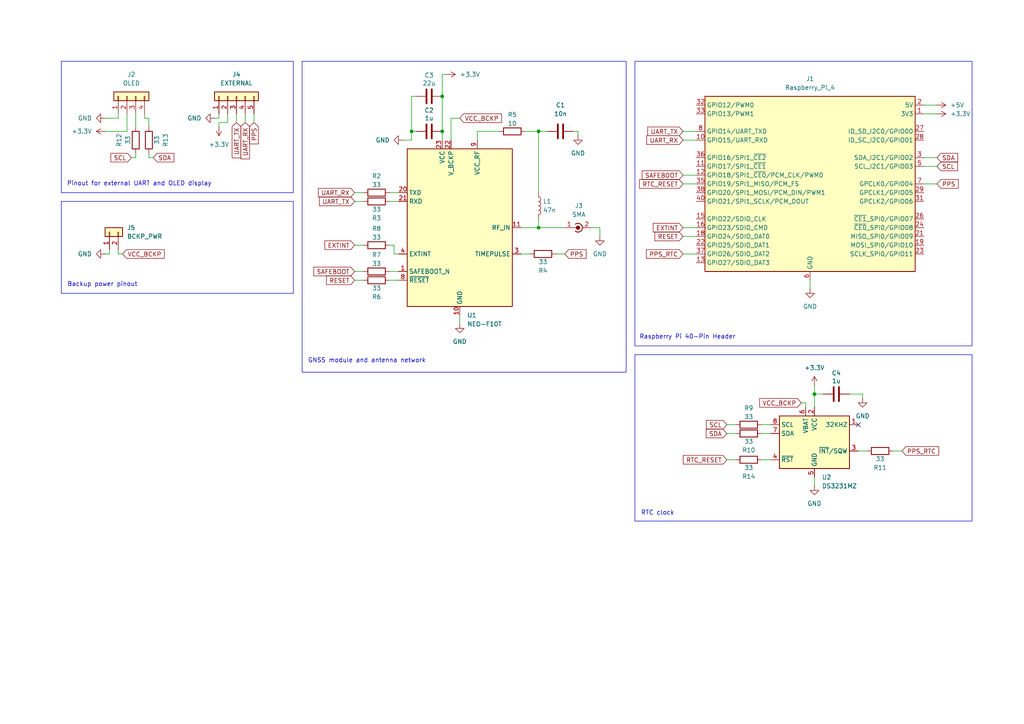
<source format=kicad_sch>
(kicad_sch (version 20250114) (generator "eeschema") (generator_version "9.0")
  (paper "A4")
  (lib_symbols
    (symbol "Connector:Conn_Coaxial_Power" (pin_names (offset 1.016) (hide yes))
      (property "Reference" "J" (at -5.08 -1.27 90))
      (property "Value" "Conn_Coaxial_Power" (at -3.175 -1.27 90))
      (symbol "Conn_Coaxial_Power_0_1"
        (arc (start 1.016 -0.508) (mid 1.2048 -0.8684) (end 1.27 -1.27) (stroke (width 0.254)))
        (polyline (pts (xy 0 0) (xy 0 -1.27)))
        (arc (start 1.27 -1.27) (mid 0 -2.5345) (end -1.27 -1.27) (stroke (width 0.254)))
        (arc (start -1.27 -1.27) (mid -1.2048 -0.8684) (end -1.016 -0.508) (stroke (width 0.254)))
        (circle (center 0 -1.27) (radius 0.508) (stroke (width 0.2032)) (fill (type outline)))
        (polyline (pts (xy 0 -2.54) (xy 0 -3.048)))
      )
      (symbol "Conn_Coaxial_Power_1_1"
        (pin passive line (at 0 2.54 270) (length 2.54) (name "In") (number "1"))
        (pin passive line (at 0 -5.08 90) (length 2.54) (name "Ext") (number "2"))
      )
    )
    (symbol "Connector:Raspberry_Pi_4"
      (property "Reference" "J" (at -17.526 48.768 0))
      (property "Value" "Raspberry_Pi_4" (at 15.748 -26.416 0))
      (symbol "Raspberry_Pi_4_0_1"
        (rectangle (start -30.48 25.4) (end 30.48 -25.4) (stroke (width 0.254)) (fill (type background)))
      )
      (symbol "Raspberry_Pi_4_1_1"
        (pin bidirectional line (at -33.02 22.86 0) (length 2.54) (name "GPIO12/PWM0") (number "32"))
        (pin bidirectional line (at -33.02 20.32 0) (length 2.54) (name "GPIO13/PWM1") (number "33"))
        (pin bidirectional line (at -33.02 15.24 0) (length 2.54) (name "GPIO14/UART_TXD") (number "8"))
        (pin bidirectional line (at -33.02 12.7 0) (length 2.54) (name "GPIO15/UART_RXD") (number "10"))
        (pin bidirectional line (at -33.02 7.62 0) (length 2.54) (name "GPIO16/SPI1_~{CE2}") (number "36"))
        (pin bidirectional line (at -33.02 5.08 0) (length 2.54) (name "GPIO17/SPI1_~{CE1}") (number "11"))
        (pin bidirectional line (at -33.02 2.54 0) (length 2.54) (name "GPIO18/SPI1_~{CE0}/PCM_CLK/PWM0") (number "12"))
        (pin bidirectional line (at -33.02 0 0) (length 2.54) (name "GPIO19/SPI1_MISO/PCM_FS") (number "35"))
        (pin bidirectional line (at -33.02 -2.54 0) (length 2.54) (name "GPIO20/SPI1_MOSI/PCM_DIN/PWM1") (number "38"))
        (pin bidirectional line (at -33.02 -5.08 0) (length 2.54) (name "GPIO21/SPI1_SCLK/PCM_DOUT") (number "40"))
        (pin bidirectional line (at -33.02 -10.16 0) (length 2.54) (name "GPIO22/SDIO_CLK") (number "15"))
        (pin bidirectional line (at -33.02 -12.7 0) (length 2.54) (name "GPIO23/SDIO_CMD") (number "16"))
        (pin bidirectional line (at -33.02 -15.24 0) (length 2.54) (name "GPIO24/SDIO_DAT0") (number "18"))
        (pin bidirectional line (at -33.02 -17.78 0) (length 2.54) (name "GPIO25/SDIO_DAT1") (number "22"))
        (pin bidirectional line (at -33.02 -20.32 0) (length 2.54) (name "GPIO26/SDIO_DAT2") (number "37"))
        (pin bidirectional line (at -33.02 -22.86 0) (length 2.54) (name "GPIO27/SDIO_DAT3") (number "13"))
        (pin passive line (at 0 -27.94 90) (length 2.54) (hide yes) (name "GND") (number "14"))
        (pin passive line (at 0 -27.94 90) (length 2.54) (hide yes) (name "GND") (number "20"))
        (pin passive line (at 0 -27.94 90) (length 2.54) (hide yes) (name "GND") (number "25"))
        (pin passive line (at 0 -27.94 90) (length 2.54) (hide yes) (name "GND") (number "30"))
        (pin passive line (at 0 -27.94 90) (length 2.54) (hide yes) (name "GND") (number "34"))
        (pin passive line (at 0 -27.94 90) (length 2.54) (hide yes) (name "GND") (number "39"))
        (pin power_out line (at 0 -27.94 90) (length 2.54) (name "GND") (number "6"))
        (pin passive line (at 0 -27.94 90) (length 2.54) (hide yes) (name "GND") (number "9"))
        (pin power_out line (at 33.02 22.86 180) (length 2.54) (name "5V") (number "2"))
        (pin passive line (at 33.02 22.86 180) (length 2.54) (hide yes) (name "5V") (number "4"))
        (pin power_out line (at 33.02 20.32 180) (length 2.54) (name "3V3") (number "1"))
        (pin passive line (at 33.02 20.32 180) (length 2.54) (hide yes) (name "3V3") (number "17"))
        (pin bidirectional line (at 33.02 15.24 180) (length 2.54) (name "ID_SD_I2C0/GPIO00") (number "27"))
        (pin bidirectional line (at 33.02 12.7 180) (length 2.54) (name "ID_SC_I2C0/GPIO01") (number "28"))
        (pin bidirectional line (at 33.02 7.62 180) (length 2.54) (name "SDA_I2C1/GPIO02") (number "3"))
        (pin bidirectional line (at 33.02 5.08 180) (length 2.54) (name "SCL_I2C1/GPIO03") (number "5"))
        (pin bidirectional line (at 33.02 0 180) (length 2.54) (name "GPCLK0/GPIO04") (number "7"))
        (pin bidirectional line (at 33.02 -2.54 180) (length 2.54) (name "GPCLK1/GPIO05") (number "29"))
        (pin bidirectional line (at 33.02 -5.08 180) (length 2.54) (name "GPCLK2/GPIO06") (number "31"))
        (pin bidirectional line (at 33.02 -10.16 180) (length 2.54) (name "~{CE1}_SPI0/GPIO07") (number "26"))
        (pin bidirectional line (at 33.02 -12.7 180) (length 2.54) (name "~{CE0}_SPI0/GPIO08") (number "24"))
        (pin bidirectional line (at 33.02 -15.24 180) (length 2.54) (name "MISO_SPI0/GPIO09") (number "21"))
        (pin bidirectional line (at 33.02 -17.78 180) (length 2.54) (name "MOSI_SPI0/GPIO10") (number "19"))
        (pin bidirectional line (at 33.02 -20.32 180) (length 2.54) (name "SCLK_SPI0/GPIO11") (number "23"))
      )
    )
    (symbol "Connector_Generic:Conn_01x02" (pin_names (offset 1.016) (hide yes))
      (property "Reference" "J" (at 0 2.54 0))
      (property "Value" "Conn_01x02" (at 0 -5.08 0))
      (symbol "Conn_01x02_1_1"
        (rectangle (start -1.27 1.27) (end 1.27 -3.81) (stroke (width 0.254)) (fill (type background)))
        (rectangle (start -1.27 0.127) (end 0 -0.127) (stroke (width 0.1524)))
        (rectangle (start -1.27 -2.413) (end 0 -2.667) (stroke (width 0.1524)))
        (pin passive line (at -5.08 0 0) (length 3.81) (name "Pin_1") (number "1"))
        (pin passive line (at -5.08 -2.54 0) (length 3.81) (name "Pin_2") (number "2"))
      )
    )
    (symbol "Connector_Generic:Conn_01x04" (pin_names (offset 1.016) (hide yes))
      (property "Reference" "J" (at 0 5.08 0))
      (property "Value" "Conn_01x04" (at 0 -7.62 0))
      (symbol "Conn_01x04_1_1"
        (rectangle (start -1.27 3.81) (end 1.27 -6.35) (stroke (width 0.254)) (fill (type background)))
        (rectangle (start -1.27 2.667) (end 0 2.413) (stroke (width 0.1524)))
        (rectangle (start -1.27 0.127) (end 0 -0.127) (stroke (width 0.1524)))
        (rectangle (start -1.27 -2.413) (end 0 -2.667) (stroke (width 0.1524)))
        (rectangle (start -1.27 -4.953) (end 0 -5.207) (stroke (width 0.1524)))
        (pin passive line (at -5.08 2.54 0) (length 3.81) (name "Pin_1") (number "1"))
        (pin passive line (at -5.08 0 0) (length 3.81) (name "Pin_2") (number "2"))
        (pin passive line (at -5.08 -2.54 0) (length 3.81) (name "Pin_3") (number "3"))
        (pin passive line (at -5.08 -5.08 0) (length 3.81) (name "Pin_4") (number "4"))
      )
    )
    (symbol "Connector_Generic:Conn_01x05" (pin_names (offset 1.016) (hide yes))
      (property "Reference" "J" (at 0 7.62 0))
      (property "Value" "Conn_01x05" (at 0 -7.62 0))
      (symbol "Conn_01x05_1_1"
        (rectangle (start -1.27 6.35) (end 1.27 -6.35) (stroke (width 0.254)) (fill (type background)))
        (rectangle (start -1.27 5.207) (end 0 4.953) (stroke (width 0.1524)))
        (rectangle (start -1.27 2.667) (end 0 2.413) (stroke (width 0.1524)))
        (rectangle (start -1.27 0.127) (end 0 -0.127) (stroke (width 0.1524)))
        (rectangle (start -1.27 -2.413) (end 0 -2.667) (stroke (width 0.1524)))
        (rectangle (start -1.27 -4.953) (end 0 -5.207) (stroke (width 0.1524)))
        (pin passive line (at -5.08 5.08 0) (length 3.81) (name "Pin_1") (number "1"))
        (pin passive line (at -5.08 2.54 0) (length 3.81) (name "Pin_2") (number "2"))
        (pin passive line (at -5.08 0 0) (length 3.81) (name "Pin_3") (number "3"))
        (pin passive line (at -5.08 -2.54 0) (length 3.81) (name "Pin_4") (number "4"))
        (pin passive line (at -5.08 -5.08 0) (length 3.81) (name "Pin_5") (number "5"))
      )
    )
    (symbol "Device:C" (pin_numbers (hide yes)) (pin_names (offset 0.254))
      (property "Reference" "C" (at 0.635 2.54 0))
      (property "Value" "C" (at 0.635 -2.54 0))
      (symbol "C_0_1"
        (polyline (pts (xy -2.032 0.762) (xy 2.032 0.762)) (stroke (width 0.508)))
        (polyline (pts (xy -2.032 -0.762) (xy 2.032 -0.762)) (stroke (width 0.508)))
      )
      (symbol "C_1_1"
        (pin passive line (at 0 3.81 270) (length 2.794) (name "~") (number "1"))
        (pin passive line (at 0 -3.81 90) (length 2.794) (name "~") (number "2"))
      )
    )
    (symbol "Device:L" (pin_numbers (hide yes)) (pin_names (offset 1.016) (hide yes))
      (property "Reference" "L" (at -1.27 0 90))
      (property "Value" "L" (at 1.905 0 90))
      (symbol "L_0_1"
        (arc (start 0 2.54) (mid 0.6323 1.905) (end 0 1.27))
        (arc (start 0 1.27) (mid 0.6323 0.635) (end 0 0))
        (arc (start 0 0) (mid 0.6323 -0.635) (end 0 -1.27))
        (arc (start 0 -1.27) (mid 0.6323 -1.905) (end 0 -2.54))
      )
      (symbol "L_1_1"
        (pin passive line (at 0 3.81 270) (length 1.27) (name "1") (number "1"))
        (pin passive line (at 0 -3.81 90) (length 1.27) (name "2") (number "2"))
      )
    )
    (symbol "Device:R" (pin_numbers (hide yes)) (pin_names (offset 0))
      (property "Reference" "R" (at 2.032 0 90))
      (property "Value" "R" (at 0 0 90))
      (symbol "R_0_1"
        (rectangle (start -1.016 -2.54) (end 1.016 2.54) (stroke (width 0.254)))
      )
      (symbol "R_1_1"
        (pin passive line (at 0 3.81 270) (length 1.27) (name "~") (number "1"))
        (pin passive line (at 0 -3.81 90) (length 1.27) (name "~") (number "2"))
      )
    )
    (symbol "Timer_RTC:DS3231MZ"
      (property "Reference" "U" (at -7.62 8.89 0))
      (property "Value" "DS3231MZ" (at 11.43 8.89 0))
      (symbol "DS3231MZ_0_1"
        (rectangle (start -10.16 7.62) (end 10.16 -7.62) (stroke (width 0.254)) (fill (type background)))
      )
      (symbol "DS3231MZ_1_1"
        (pin input line (at -12.7 5.08 0) (length 2.54) (name "SCL") (number "8"))
        (pin bidirectional line (at -12.7 2.54 0) (length 2.54) (name "SDA") (number "7"))
        (pin bidirectional line (at -12.7 -5.08 0) (length 2.54) (name "~{RST}") (number "4"))
        (pin power_in line (at -2.54 10.16 270) (length 2.54) (name "VBAT") (number "6"))
        (pin power_in line (at 0 10.16 270) (length 2.54) (name "VCC") (number "2"))
        (pin power_in line (at 0 -10.16 90) (length 2.54) (name "GND") (number "5"))
        (pin open_collector line (at 12.7 5.08 180) (length 2.54) (name "32KHZ") (number "1"))
        (pin open_collector line (at 12.7 -2.54 180) (length 2.54) (name "~{INT}/SQW") (number "3"))
      )
    )
    (symbol "neo-f10t:NEO-F10T"
      (property "Reference" "U" (at -13.97 24.13 0))
      (property "Value" "NEO-F10T" (at 11.43 24.13 0))
      (symbol "NEO-F10T_0_1"
        (rectangle (start -15.24 22.86) (end 15.24 -22.86) (stroke (width 0.254)) (fill (type background)))
      )
      (symbol "NEO-F10T_1_1"
        (pin output line (at -17.78 10.16 0) (length 2.54) (name "TXD") (number "20"))
        (pin input line (at -17.78 7.62 0) (length 2.54) (name "RXD") (number "21"))
        (pin input line (at -17.78 -7.62 0) (length 2.54) (name "EXTINT") (number "4"))
        (pin bidirectional line (at -17.78 -12.7 0) (length 2.54) (name "SAFEBOOT_N") (number "1"))
        (pin input line (at -17.78 -15.24 0) (length 2.54) (name "~{RESET}") (number "8"))
        (pin no_connect line (at -15.24 17.78 0) (length 2.54) (hide yes) (name "RESERVED") (number "5"))
        (pin no_connect line (at -15.24 15.24 0) (length 2.54) (hide yes) (name "RESERVED") (number "6"))
        (pin no_connect line (at -15.24 2.54 0) (length 2.54) (hide yes) (name "RESERVED") (number "18"))
        (pin no_connect line (at -15.24 0 0) (length 2.54) (hide yes) (name "RESERVED") (number "19"))
        (pin no_connect line (at -15.24 -5.08 0) (length 2.54) (hide yes) (name "RESERVED") (number "15"))
        (pin no_connect line (at -15.24 -17.78 0) (length 2.54) (hide yes) (name "RESERVED") (number "2"))
        (pin power_in line (at -5.08 25.4 270) (length 2.54) (name "VCC") (number "23"))
        (pin power_in line (at -2.54 25.4 270) (length 2.54) (name "V_BCKP") (number "22"))
        (pin no_connect line (at 0 22.86 270) (length 2.54) (hide yes) (name "RESERVED") (number "7"))
        (pin power_in line (at 0 -25.4 90) (length 2.54) (name "GND") (number "10"))
        (pin passive line (at 0 -25.4 90) (length 2.54) (hide yes) (name "GND") (number "12"))
        (pin passive line (at 0 -25.4 90) (length 2.54) (hide yes) (name "GND") (number "13"))
        (pin passive line (at 0 -25.4 90) (length 2.54) (hide yes) (name "GND") (number "24"))
        (pin power_out line (at 5.08 25.4 270) (length 2.54) (name "VCC_RF") (number "9"))
        (pin no_connect line (at 15.24 5.08 180) (length 2.54) (hide yes) (name "RESERVED") (number "14"))
        (pin no_connect line (at 15.24 -10.16 180) (length 2.54) (hide yes) (name "RESERVED") (number "16"))
        (pin no_connect line (at 15.24 -12.7 180) (length 2.54) (hide yes) (name "RESERVED") (number "17"))
        (pin input line (at 17.78 0 180) (length 2.54) (name "RF_IN") (number "11"))
        (pin output line (at 17.78 -7.62 180) (length 2.54) (name "TIMEPULSE") (number "3"))
      )
    )
    (symbol "power:+3.3V" (power) (pin_numbers (hide yes)) (pin_names (offset 0) (hide yes))
      (property "Value" "+3.3V" (at 0 3.556 0))
      (symbol "+3.3V_0_1"
        (polyline (pts (xy -0.762 1.27) (xy 0 2.54)))
        (polyline (pts (xy 0 2.54) (xy 0.762 1.27)))
        (polyline (pts (xy 0 0) (xy 0 2.54)))
      )
      (symbol "+3.3V_1_1"
        (pin power_in line (at 0 0 90) (length 0) (name "~") (number "1"))
      )
    )
    (symbol "power:+5V" (power) (pin_numbers (hide yes)) (pin_names (offset 0) (hide yes))
      (property "Value" "+5V" (at 0 3.556 0))
      (symbol "+5V_0_1"
        (polyline (pts (xy -0.762 1.27) (xy 0 2.54)))
        (polyline (pts (xy 0 2.54) (xy 0.762 1.27)))
        (polyline (pts (xy 0 0) (xy 0 2.54)))
      )
      (symbol "+5V_1_1"
        (pin power_in line (at 0 0 90) (length 0) (name "~") (number "1"))
      )
    )
    (symbol "power:GND" (power) (pin_numbers (hide yes)) (pin_names (offset 0) (hide yes))
      (property "Value" "GND" (at 0 -3.81 0))
      (symbol "GND_0_1"
        (polyline (pts (xy 0 0) (xy 0 -1.27) (xy 1.27 -1.27) (xy 0 -2.54) (xy -1.27 -1.27) (xy 0 -1.27)))
      )
      (symbol "GND_1_1"
        (pin power_in line (at 0 0 270) (length 0) (name "~") (number "1"))
      )
    )
  )
  (rectangle (start 17.78 17.78) (end 85.09 55.88))
  (rectangle (start 184.15 17.78) (end 281.94 100.33))
  (rectangle (start 184.15 102.87) (end 281.94 151.13))
  (rectangle (start 17.78 58.42) (end 85.09 85.09))
  (rectangle (start 87.63 17.78) (end 181.61 107.95))
  (text "RTC clock" (at 190.754 148.844 0) (effects (font (size 1.27 1.27))))
  (text "Backup power pinout" (at 29.718 82.55 0) (effects (font (size 1.27 1.27))))
  (text "Pinout for external UART and OLED display" (at 40.386 53.34 0) (effects (font (size 1.27 1.27))))
  (text "GNSS module and antenna network" (at 106.426 104.648 0) (effects (font (size 1.27 1.27))))
  (text "Raspberry Pi 40-Pin Header" (at 199.39 97.79 0) (effects (font (size 1.27 1.27))))
  (junction (at 128.27 27.94))
  (junction (at 236.22 114.3))
  (junction (at 156.21 66.04))
  (junction (at 128.27 38.1))
  (junction (at 156.21 38.1))
  (junction (at 119.38 38.1))
  (no_connect (at 248.92 123.19))
  (wire (pts (xy 167.64 39.37) (xy 167.64 38.1)))
  (wire (pts (xy 39.37 45.72) (xy 38.1 45.72)))
  (wire (pts (xy 34.29 34.29) (xy 34.29 33.02)))
  (wire (pts (xy 31.75 73.66) (xy 31.75 72.39)))
  (wire (pts (xy 198.12 66.04) (xy 201.93 66.04)))
  (wire (pts (xy 113.03 78.74) (xy 115.57 78.74)))
  (wire (pts (xy 198.12 68.58) (xy 201.93 68.58)))
  (wire (pts (xy 267.97 33.02) (xy 271.78 33.02)))
  (wire (pts (xy 236.22 114.3) (xy 236.22 111.76)))
  (wire (pts (xy 220.98 133.35) (xy 223.52 133.35)))
  (wire (pts (xy 63.5 35.56) (xy 63.5 36.83)))
  (wire (pts (xy 119.38 27.94) (xy 120.65 27.94)))
  (wire (pts (xy 30.48 34.29) (xy 34.29 34.29)))
  (wire (pts (xy 250.19 115.57) (xy 250.19 114.3)))
  (wire (pts (xy 119.38 38.1) (xy 119.38 27.94)))
  (wire (pts (xy 113.03 58.42) (xy 115.57 58.42)))
  (wire (pts (xy 114.3 71.12) (xy 114.3 73.66)))
  (wire (pts (xy 43.18 34.29) (xy 43.18 36.83)))
  (wire (pts (xy 210.82 133.35) (xy 213.36 133.35)))
  (wire (pts (xy 68.58 33.02) (xy 68.58 35.56)))
  (wire (pts (xy 63.5 34.29) (xy 63.5 33.02)))
  (wire (pts (xy 128.27 40.64) (xy 128.27 38.1)))
  (wire (pts (xy 39.37 45.72) (xy 39.37 44.45)))
  (wire (pts (xy 119.38 40.64) (xy 119.38 38.1)))
  (wire (pts (xy 234.95 81.28) (xy 234.95 83.82)))
  (wire (pts (xy 220.98 123.19) (xy 223.52 123.19)))
  (wire (pts (xy 198.12 73.66) (xy 201.93 73.66)))
  (wire (pts (xy 44.45 45.72) (xy 43.18 45.72)))
  (wire (pts (xy 233.68 116.84) (xy 232.41 116.84)))
  (wire (pts (xy 30.48 73.66) (xy 31.75 73.66)))
  (wire (pts (xy 113.03 81.28) (xy 115.57 81.28)))
  (wire (pts (xy 210.82 125.73) (xy 213.36 125.73)))
  (wire (pts (xy 128.27 21.59) (xy 129.54 21.59)))
  (wire (pts (xy 267.97 30.48) (xy 271.78 30.48)))
  (wire (pts (xy 30.48 38.1) (xy 36.83 38.1)))
  (wire (pts (xy 151.13 66.04) (xy 156.21 66.04)))
  (wire (pts (xy 73.66 33.02) (xy 73.66 35.56)))
  (wire (pts (xy 248.92 130.81) (xy 251.46 130.81)))
  (wire (pts (xy 173.99 66.04) (xy 171.45 66.04)))
  (wire (pts (xy 156.21 66.04) (xy 163.83 66.04)))
  (wire (pts (xy 236.22 138.43) (xy 236.22 140.97)))
  (wire (pts (xy 152.4 38.1) (xy 156.21 38.1)))
  (wire (pts (xy 63.5 35.56) (xy 66.04 35.56)))
  (wire (pts (xy 62.23 34.29) (xy 63.5 34.29)))
  (wire (pts (xy 102.87 71.12) (xy 105.41 71.12)))
  (wire (pts (xy 198.12 53.34) (xy 201.93 53.34)))
  (wire (pts (xy 130.81 34.29) (xy 133.35 34.29)))
  (wire (pts (xy 167.64 38.1) (xy 166.37 38.1)))
  (wire (pts (xy 34.29 73.66) (xy 34.29 72.39)))
  (wire (pts (xy 233.68 118.11) (xy 233.68 116.84)))
  (wire (pts (xy 113.03 71.12) (xy 114.3 71.12)))
  (wire (pts (xy 198.12 38.1) (xy 201.93 38.1)))
  (wire (pts (xy 156.21 55.88) (xy 156.21 38.1)))
  (wire (pts (xy 198.12 40.64) (xy 201.93 40.64)))
  (wire (pts (xy 43.18 45.72) (xy 43.18 44.45)))
  (wire (pts (xy 128.27 27.94) (xy 128.27 38.1)))
  (wire (pts (xy 238.76 114.3) (xy 236.22 114.3)))
  (wire (pts (xy 102.87 55.88) (xy 105.41 55.88)))
  (wire (pts (xy 71.12 33.02) (xy 71.12 35.56)))
  (wire (pts (xy 198.12 50.8) (xy 201.93 50.8)))
  (wire (pts (xy 267.97 45.72) (xy 271.78 45.72)))
  (wire (pts (xy 210.82 123.19) (xy 213.36 123.19)))
  (wire (pts (xy 39.37 33.02) (xy 39.37 36.83)))
  (wire (pts (xy 163.83 73.66) (xy 161.29 73.66)))
  (wire (pts (xy 114.3 73.66) (xy 115.57 73.66)))
  (wire (pts (xy 43.18 34.29) (xy 41.91 34.29)))
  (wire (pts (xy 102.87 58.42) (xy 105.41 58.42)))
  (wire (pts (xy 66.04 35.56) (xy 66.04 33.02)))
  (wire (pts (xy 156.21 63.5) (xy 156.21 66.04)))
  (wire (pts (xy 267.97 48.26) (xy 271.78 48.26)))
  (wire (pts (xy 128.27 21.59) (xy 128.27 27.94)))
  (wire (pts (xy 246.38 114.3) (xy 250.19 114.3)))
  (wire (pts (xy 36.83 38.1) (xy 36.83 33.02)))
  (wire (pts (xy 173.99 68.58) (xy 173.99 66.04)))
  (wire (pts (xy 271.78 53.34) (xy 267.97 53.34)))
  (wire (pts (xy 102.87 78.74) (xy 105.41 78.74)))
  (wire (pts (xy 41.91 34.29) (xy 41.91 33.02)))
  (wire (pts (xy 35.56 73.66) (xy 34.29 73.66)))
  (wire (pts (xy 133.35 91.44) (xy 133.35 93.98)))
  (wire (pts (xy 138.43 38.1) (xy 144.78 38.1)))
  (wire (pts (xy 138.43 40.64) (xy 138.43 38.1)))
  (wire (pts (xy 116.84 40.64) (xy 119.38 40.64)))
  (wire (pts (xy 130.81 34.29) (xy 130.81 40.64)))
  (wire (pts (xy 236.22 114.3) (xy 236.22 118.11)))
  (wire (pts (xy 158.75 38.1) (xy 156.21 38.1)))
  (wire (pts (xy 119.38 38.1) (xy 120.65 38.1)))
  (wire (pts (xy 102.87 81.28) (xy 105.41 81.28)))
  (wire (pts (xy 259.08 130.81) (xy 261.62 130.81)))
  (wire (pts (xy 113.03 55.88) (xy 115.57 55.88)))
  (wire (pts (xy 151.13 73.66) (xy 153.67 73.66)))
  (wire (pts (xy 220.98 125.73) (xy 223.52 125.73)))
  (global_label "SAFEBOOT" (shape input) (at 102.87 78.74 180) (property "Intersheetrefs" "${INTERSHEET_REFS}" (effects (hide yes))))
  (global_label "SAFEBOOT" (shape input) (at 198.12 50.8 180) (property "Intersheetrefs" "${INTERSHEET_REFS}" (effects (hide yes))))
  (global_label "RESET" (shape input) (at 102.87 81.28 180) (property "Intersheetrefs" "${INTERSHEET_REFS}" (effects (hide yes))))
  (global_label "UART_RX" (shape input) (at 71.12 35.56 270) (property "Intersheetrefs" "${INTERSHEET_REFS}" (effects (hide yes))))
  (global_label "SCL" (shape input) (at 271.78 48.26 0) (property "Intersheetrefs" "${INTERSHEET_REFS}" (effects (hide yes))))
  (global_label "VCC_BCKP" (shape input) (at 35.56 73.66 0) (property "Intersheetrefs" "${INTERSHEET_REFS}" (effects (hide yes))))
  (global_label "VCC_BCKP" (shape input) (at 232.41 116.84 180) (property "Intersheetrefs" "${INTERSHEET_REFS}" (effects (hide yes))))
  (global_label "UART_RX" (shape input) (at 102.87 55.88 180) (property "Intersheetrefs" "${INTERSHEET_REFS}" (effects (hide yes))))
  (global_label "PPS" (shape input) (at 271.78 53.34 0) (property "Intersheetrefs" "${INTERSHEET_REFS}" (effects (hide yes))))
  (global_label "PPS_RTC" (shape input) (at 198.12 73.66 180) (property "Intersheetrefs" "${INTERSHEET_REFS}" (effects (hide yes))))
  (global_label "SDA" (shape input) (at 271.78 45.72 0) (property "Intersheetrefs" "${INTERSHEET_REFS}" (effects (hide yes))))
  (global_label "PPS" (shape input) (at 73.66 35.56 270) (property "Intersheetrefs" "${INTERSHEET_REFS}" (effects (hide yes))))
  (global_label "RESET" (shape input) (at 198.12 68.58 180) (property "Intersheetrefs" "${INTERSHEET_REFS}" (effects (hide yes))))
  (global_label "EXTINT" (shape input) (at 198.12 66.04 180) (property "Intersheetrefs" "${INTERSHEET_REFS}" (effects (hide yes))))
  (global_label "SCL" (shape input) (at 38.1 45.72 180) (property "Intersheetrefs" "${INTERSHEET_REFS}" (effects (hide yes))))
  (global_label "PPS_RTC" (shape input) (at 261.62 130.81 0) (property "Intersheetrefs" "${INTERSHEET_REFS}" (effects (hide yes))))
  (global_label "PPS" (shape input) (at 163.83 73.66 0) (property "Intersheetrefs" "${INTERSHEET_REFS}" (effects (hide yes))))
  (global_label "UART_TX" (shape input) (at 68.58 35.56 270) (property "Intersheetrefs" "${INTERSHEET_REFS}" (effects (hide yes))))
  (global_label "UART_RX" (shape input) (at 198.12 40.64 180) (property "Intersheetrefs" "${INTERSHEET_REFS}" (effects (hide yes))))
  (global_label "RTC_RESET" (shape input) (at 210.82 133.35 180) (property "Intersheetrefs" "${INTERSHEET_REFS}" (effects (hide yes))))
  (global_label "EXTINT" (shape input) (at 102.87 71.12 180) (property "Intersheetrefs" "${INTERSHEET_REFS}" (effects (hide yes))))
  (global_label "SCL" (shape input) (at 210.82 123.19 180) (property "Intersheetrefs" "${INTERSHEET_REFS}" (effects (hide yes))))
  (global_label "RTC_RESET" (shape input) (at 198.12 53.34 180) (property "Intersheetrefs" "${INTERSHEET_REFS}" (effects (hide yes))))
  (global_label "UART_TX" (shape input) (at 198.12 38.1 180) (property "Intersheetrefs" "${INTERSHEET_REFS}" (effects (hide yes))))
  (global_label "SDA" (shape input) (at 44.45 45.72 0) (property "Intersheetrefs" "${INTERSHEET_REFS}" (effects (hide yes))))
  (global_label "UART_TX" (shape input) (at 102.87 58.42 180) (property "Intersheetrefs" "${INTERSHEET_REFS}" (effects (hide yes))))
  (global_label "SDA" (shape input) (at 210.82 125.73 180) (property "Intersheetrefs" "${INTERSHEET_REFS}" (effects (hide yes))))
  (global_label "VCC_BCKP" (shape input) (at 133.35 34.29 0) (property "Intersheetrefs" "${INTERSHEET_REFS}" (effects (hide yes))))
  (symbol (lib_id "Device:C") (at 162.56 38.1 90) (unit 1)
    (property "Reference" "C1" (at 162.56 30.48 90))
    (property "Value" "10n" (at 162.56 33.02 90))
    (property "Footprint" "Capacitor_SMD:C_0805_2012Metric" (effects (hide yes)))
    (property "Description" "Unpolarized capacitor" (effects (hide yes)))
    (property "MFR" "791-0805N103G500CT" (effects (hide yes)))
  )
  (symbol (lib_id "neo-f10t:NEO-F10T") (at 133.35 66.04 0) (unit 1)
    (property "Reference" "U1" (at 135.4933 91.44 0) (effects (justify left)))
    (property "Value" "NEO-F10T" (at 135.4933 93.98 0) (effects (justify left)))
    (property "Footprint" "RF_GPS:ublox_NEO" (effects (hide yes)))
    (property "Datasheet" "https://content.u-blox.com/sites/default/files/documents/NEO-LEA-M8T-FW3_DataSheet_UBX-15025193.pdf" (effects (hide yes)))
    (property "Description" "GNSS Module NEO M8, VCC 2.7V to 3.6V" (effects (hide yes)))
    (property "MFR" "377-NEO-F10T-00B" (effects (hide yes)))
  )
  (symbol (lib_id "power:GND") (at 167.64 39.37 0) (unit 1)
    (property "Reference" "#PWR014" (effects (hide yes)))
    (property "Value" "GND" (at 167.64 44.45 0))
    (property "Description" "Power symbol creates a global label with name \"GND\" , ground" (effects (hide yes)))
  )
  (symbol (lib_id "power:GND") (at 62.23 34.29 270) (unit 1)
    (property "Reference" "#PWR09" (effects (hide yes)))
    (property "Value" "GND" (at 58.42 34.29 90) (effects (justify right)))
    (property "Description" "Power symbol creates a global label with name \"GND\" , ground" (effects (hide yes)))
  )
  (symbol (lib_id "Device:R") (at 148.59 38.1 90) (unit 1)
    (property "Reference" "R5" (at 148.59 33.274 90))
    (property "Value" "10" (at 148.59 35.814 90))
    (property "Footprint" "Resistor_SMD:R_0805_2012Metric" (effects (hide yes)))
    (property "Description" "Resistor" (effects (hide yes)))
    (property "MFR" "603-RT0805FRE1310RL" (effects (hide yes)))
  )
  (symbol (lib_id "power:+3.3V") (at 63.5 36.83 180) (unit 1)
    (property "Reference" "#PWR010" (effects (hide yes)))
    (property "Value" "+3.3V" (at 63.5 41.91 0))
    (property "Description" "Power symbol creates a global label with name \"+3.3V\"" (effects (hide yes)))
  )
  (symbol (lib_id "power:+3.3V") (at 236.22 111.76 0) (unit 1)
    (property "Reference" "#PWR011" (effects (hide yes)))
    (property "Value" "+3.3V" (at 236.22 106.68 0))
    (property "Description" "Power symbol creates a global label with name \"+3.3V\"" (effects (hide yes)))
  )
  (symbol (lib_id "Device:R") (at 109.22 78.74 90) (unit 1)
    (property "Reference" "R7" (at 109.22 73.914 90))
    (property "Value" "33" (at 109.22 76.454 90))
    (property "Footprint" "Resistor_SMD:R_0603_1608Metric" (effects (hide yes)))
    (property "Description" "Resistor" (effects (hide yes)))
    (property "MFR" "603-RT0603FRE0733RL" (effects (hide yes)))
  )
  (symbol (lib_id "Device:R") (at 255.27 130.81 270) (unit 1)
    (property "Reference" "R11" (at 255.27 135.636 90))
    (property "Value" "33" (at 255.27 133.096 90))
    (property "Footprint" "Resistor_SMD:R_0603_1608Metric" (effects (hide yes)))
    (property "Description" "Resistor" (effects (hide yes)))
    (property "MFR" "603-RT0603FRE0733RL" (effects (hide yes)))
  )
  (symbol (lib_id "power:+3.3V") (at 30.48 38.1 90) (unit 1)
    (property "Reference" "#PWR07" (effects (hide yes)))
    (property "Value" "+3.3V" (at 26.67 38.0999 90) (effects (justify left)))
    (property "Description" "Power symbol creates a global label with name \"+3.3V\"" (effects (hide yes)))
  )
  (symbol (lib_id "Connector:Raspberry_Pi_4") (at 234.95 53.34 0) (unit 1)
    (property "Reference" "J1" (at 234.95 22.86 0))
    (property "Value" "Raspberry_Pi_4" (at 234.95 25.4 0))
    (property "Footprint" "Connector_PinSocket_2.54mm:PinSocket_2x20_P2.54mm_Vertical" (effects (hide yes)))
    (property "Datasheet" "https://datasheets.raspberrypi.com/rpi4/raspberry-pi-4-datasheet.pdf" (effects (hide yes)))
    (property "Description" "Raspberry Pi 5 Model B" (effects (hide yes)))
    (property "MFR" " 485-2822 " (effects (hide yes)))
  )
  (symbol (lib_id "Device:C") (at 242.57 114.3 90) (unit 1)
    (property "Reference" "C4" (at 242.57 108.204 90))
    (property "Value" "1u" (at 242.57 110.49 90))
    (property "Footprint" "Capacitor_SMD:C_0603_1608Metric" (effects (hide yes)))
    (property "Description" "Unpolarized capacitor" (effects (hide yes)))
    (property "MFR" "81-GRM188D72A105KE1D" (effects (hide yes)))
  )
  (symbol (lib_id "Connector:Conn_Coaxial_Power") (at 166.37 66.04 90) (unit 1)
    (property "Reference" "J3" (at 167.894 59.69 90))
    (property "Value" "SMA" (at 167.894 62.23 90))
    (property "Footprint" "Connector_Coaxial:SMA_Amphenol_132289_EdgeMount" (effects (hide yes)))
    (property "Description" "SMA" (effects (hide yes)))
    (property "MFR" "CON-SMA-EDGE-S" (effects (hide yes)))
  )
  (symbol (lib_id "Device:C") (at 124.46 27.94 90) (unit 1)
    (property "Reference" "C3" (at 124.46 21.844 90))
    (property "Value" "22u" (at 124.46 24.13 90))
    (property "Footprint" "Capacitor_SMD:C_0805_2012Metric" (effects (hide yes)))
    (property "Description" "Unpolarized capacitor" (effects (hide yes)))
    (property "MFR" "187-CL21A226MAYNNNE" (effects (hide yes)))
  )
  (symbol (lib_id "Device:R") (at 109.22 58.42 270) (unit 1)
    (property "Reference" "R3" (at 109.22 63.246 90))
    (property "Value" "33" (at 109.22 60.706 90))
    (property "Footprint" "Resistor_SMD:R_0603_1608Metric" (effects (hide yes)))
    (property "Description" "Resistor" (effects (hide yes)))
    (property "MFR" "603-RT0603FRE0733RL" (effects (hide yes)))
  )
  (symbol (lib_id "power:GND") (at 116.84 40.64 270) (unit 1)
    (property "Reference" "#PWR015" (effects (hide yes)))
    (property "Value" "GND" (at 113.03 40.6399 90) (effects (justify right)))
    (property "Description" "Power symbol creates a global label with name \"GND\" , ground" (effects (hide yes)))
  )
  (symbol (lib_id "Connector_Generic:Conn_01x04") (at 36.83 27.94 90) (unit 1)
    (property "Reference" "J2" (at 38.1 21.59 90))
    (property "Value" "OLED" (at 38.1 24.13 90))
    (property "Footprint" "Connector_PinSocket_2.54mm:PinSocket_1x04_P2.54mm_Vertical" (effects (hide yes)))
    (property "Description" "Generic connector, single row, 01x04, script generated (kicad-library-utils/schlib/autogen/connector/)" (effects (hide yes)))
  )
  (symbol (lib_id "Connector_Generic:Conn_01x02") (at 31.75 67.31 90) (unit 1)
    (property "Reference" "J5" (at 36.83 66.0399 90) (effects (justify right)))
    (property "Value" "BCKP_PWR" (at 36.83 68.5799 90) (effects (justify right)))
    (property "Footprint" "Connector_PinHeader_2.54mm:PinHeader_1x02_P2.54mm_Vertical" (effects (hide yes)))
    (property "Description" "Generic connector, single row, 01x02, script generated (kicad-library-utils/schlib/autogen/connector/)" (effects (hide yes)))
  )
  (symbol (lib_id "power:GND") (at 133.35 93.98 0) (unit 1)
    (property "Reference" "#PWR04" (effects (hide yes)))
    (property "Value" "GND" (at 133.35 99.06 0))
    (property "Description" "Power symbol creates a global label with name \"GND\" , ground" (effects (hide yes)))
  )
  (symbol (lib_id "power:GND") (at 30.48 34.29 270) (unit 1)
    (property "Reference" "#PWR06" (effects (hide yes)))
    (property "Value" "GND" (at 26.67 34.2899 90) (effects (justify right)))
    (property "Description" "Power symbol creates a global label with name \"GND\" , ground" (effects (hide yes)))
  )
  (symbol (lib_id "Device:R") (at 109.22 81.28 270) (unit 1)
    (property "Reference" "R6" (at 109.22 86.106 90))
    (property "Value" "33" (at 109.22 83.566 90))
    (property "Footprint" "Resistor_SMD:R_0603_1608Metric" (effects (hide yes)))
    (property "Description" "Resistor" (effects (hide yes)))
    (property "MFR" "603-RT0603FRE0733RL" (effects (hide yes)))
  )
  (symbol (lib_id "power:GND") (at 236.22 140.97 0) (unit 1)
    (property "Reference" "#PWR016" (effects (hide yes)))
    (property "Value" "GND" (at 236.22 146.05 0))
    (property "Description" "Power symbol creates a global label with name \"GND\" , ground" (effects (hide yes)))
  )
  (symbol (lib_id "power:GND") (at 250.19 115.57 0) (unit 1)
    (property "Reference" "#PWR017" (effects (hide yes)))
    (property "Value" "GND" (at 250.19 120.65 0))
    (property "Description" "Power symbol creates a global label with name \"GND\" , ground" (effects (hide yes)))
  )
  (symbol (lib_id "Device:R") (at 157.48 73.66 270) (unit 1)
    (property "Reference" "R4" (at 157.48 78.486 90))
    (property "Value" "33" (at 157.48 75.946 90))
    (property "Footprint" "Resistor_SMD:R_0603_1608Metric" (effects (hide yes)))
    (property "Description" "Resistor" (effects (hide yes)))
    (property "MFR" "603-RT0603FRE0733RL" (effects (hide yes)))
  )
  (symbol (lib_id "Device:R") (at 39.37 40.64 180) (unit 1)
    (property "Reference" "R12" (at 34.544 40.64 90))
    (property "Value" "33" (at 37.084 40.64 90))
    (property "Footprint" "Resistor_SMD:R_0603_1608Metric" (effects (hide yes)))
    (property "Description" "Resistor" (effects (hide yes)))
    (property "MFR" "603-RT0603FRE0733RL" (effects (hide yes)))
  )
  (symbol (lib_id "power:+3.3V") (at 129.54 21.59 270) (unit 1)
    (property "Reference" "#PWR05" (effects (hide yes)))
    (property "Value" "+3.3V" (at 133.35 21.5899 90) (effects (justify left)))
    (property "Description" "Power symbol creates a global label with name \"+3.3V\"" (effects (hide yes)))
  )
  (symbol (lib_id "power:GND") (at 30.48 73.66 270) (unit 1)
    (property "Reference" "#PWR018" (effects (hide yes)))
    (property "Value" "GND" (at 26.67 73.6599 90) (effects (justify right)))
    (property "Description" "Power symbol creates a global label with name \"GND\" , ground" (effects (hide yes)))
  )
  (symbol (lib_id "Timer_RTC:DS3231MZ") (at 236.22 128.27 0) (unit 1)
    (property "Reference" "U2" (at 238.3633 138.43 0) (effects (justify left)))
    (property "Value" "DS3231MZ" (at 238.3633 140.97 0) (effects (justify left)))
    (property "Footprint" "Package_SO:SOIC-8_3.9x4.9mm_P1.27mm" (effects (hide yes)))
    (property "Datasheet" "http://datasheets.maximintegrated.com/en/ds/DS3231M.pdf" (effects (hide yes)))
    (property "Description" "±5ppm, I2C Real-Time Clock SOIC-8" (effects (hide yes)))
  )
  (symbol (lib_id "Device:L") (at 156.21 59.69 0) (unit 1)
    (property "Reference" "L1" (at 157.48 58.4199 0) (effects (justify left)))
    (property "Value" "47n" (at 157.48 60.9599 0) (effects (justify left)))
    (property "Footprint" "Inductor_SMD:L_0603_1608Metric" (effects (hide yes)))
    (property "Description" "Inductor" (effects (hide yes)))
    (property "MFR" "815-AIMC-0603-47NJT" (effects (hide yes)))
  )
  (symbol (lib_id "Device:R") (at 217.17 123.19 90) (unit 1)
    (property "Reference" "R9" (at 217.17 118.364 90))
    (property "Value" "33" (at 217.17 120.904 90))
    (property "Footprint" "Resistor_SMD:R_0603_1608Metric" (effects (hide yes)))
    (property "Description" "Resistor" (effects (hide yes)))
    (property "MFR" "603-RT0603FRE0733RL" (effects (hide yes)))
  )
  (symbol (lib_id "power:GND") (at 234.95 83.82 0) (unit 1)
    (property "Reference" "#PWR013" (effects (hide yes)))
    (property "Value" "GND" (at 234.95 88.9 0))
    (property "Description" "Power symbol creates a global label with name \"GND\" , ground" (effects (hide yes)))
  )
  (symbol (lib_id "power:GND") (at 173.99 68.58 0) (unit 1)
    (property "Reference" "#PWR012" (effects (hide yes)))
    (property "Value" "GND" (at 173.99 73.66 0))
    (property "Description" "Power symbol creates a global label with name \"GND\" , ground" (effects (hide yes)))
  )
  (symbol (lib_id "Device:R") (at 43.18 40.64 0) (unit 1)
    (property "Reference" "R13" (at 48.006 40.64 90))
    (property "Value" "33" (at 45.466 40.64 90))
    (property "Footprint" "Resistor_SMD:R_0603_1608Metric" (effects (hide yes)))
    (property "Description" "Resistor" (effects (hide yes)))
    (property "MFR" "603-RT0603FRE0733RL" (effects (hide yes)))
  )
  (symbol (lib_id "Device:R") (at 217.17 125.73 270) (unit 1)
    (property "Reference" "R10" (at 217.17 130.556 90))
    (property "Value" "33" (at 217.17 128.016 90))
    (property "Footprint" "Resistor_SMD:R_0603_1608Metric" (effects (hide yes)))
    (property "Description" "Resistor" (effects (hide yes)))
    (property "MFR" "603-RT0603FRE0733RL" (effects (hide yes)))
  )
  (symbol (lib_id "Connector_Generic:Conn_01x05") (at 68.58 27.94 90) (unit 1)
    (property "Reference" "J4" (at 68.58 21.59 90))
    (property "Value" "EXTERNAL" (at 68.58 24.13 90))
    (property "Footprint" "Connector_PinHeader_2.54mm:PinHeader_1x05_P2.54mm_Vertical" (effects (hide yes)))
    (property "Description" "External connection" (effects (hide yes)))
  )
  (symbol (lib_id "Device:R") (at 217.17 133.35 270) (unit 1)
    (property "Reference" "R14" (at 217.17 138.176 90))
    (property "Value" "33" (at 217.17 135.636 90))
    (property "Footprint" "Resistor_SMD:R_0603_1608Metric" (effects (hide yes)))
    (property "Description" "Resistor" (effects (hide yes)))
    (property "MFR" "603-RT0603FRE0733RL" (effects (hide yes)))
  )
  (symbol (lib_id "Device:R") (at 109.22 55.88 90) (unit 1)
    (property "Reference" "R2" (at 109.22 51.054 90))
    (property "Value" "33" (at 109.22 53.594 90))
    (property "Footprint" "Resistor_SMD:R_0603_1608Metric" (effects (hide yes)))
    (property "Description" "Resistor" (effects (hide yes)))
    (property "MFR" "603-RT0603FRE0733RL" (effects (hide yes)))
  )
  (symbol (lib_id "power:+3.3V") (at 271.78 33.02 270) (unit 1)
    (property "Reference" "#PWR08" (effects (hide yes)))
    (property "Value" "+3.3V" (at 275.59 33.0199 90) (effects (justify left)))
    (property "Description" "Power symbol creates a global label with name \"+3.3V\"" (effects (hide yes)))
  )
  (symbol (lib_id "Device:R") (at 109.22 71.12 90) (unit 1)
    (property "Reference" "R8" (at 109.22 66.294 90))
    (property "Value" "33" (at 109.22 68.834 90))
    (property "Footprint" "Resistor_SMD:R_0603_1608Metric" (effects (hide yes)))
    (property "Description" "Resistor" (effects (hide yes)))
    (property "MFR" "603-RT0603FRE0733RL" (effects (hide yes)))
  )
  (symbol (lib_id "Device:C") (at 124.46 38.1 90) (unit 1)
    (property "Reference" "C2" (at 124.46 32.004 90))
    (property "Value" "1u" (at 124.46 34.29 90))
    (property "Footprint" "Capacitor_SMD:C_0603_1608Metric" (effects (hide yes)))
    (property "Description" "Unpolarized capacitor" (effects (hide yes)))
    (property "MFR" "81-GRM188D72A105KE1D" (effects (hide yes)))
  )
  (symbol (lib_id "power:+5V") (at 271.78 30.48 270) (unit 1)
    (property "Reference" "#PWR01" (effects (hide yes)))
    (property "Value" "+5V" (at 275.59 30.4799 90) (effects (justify left)))
    (property "Description" "Power symbol creates a global label with name \"+5V\"" (effects (hide yes)))
  )
)
</source>
